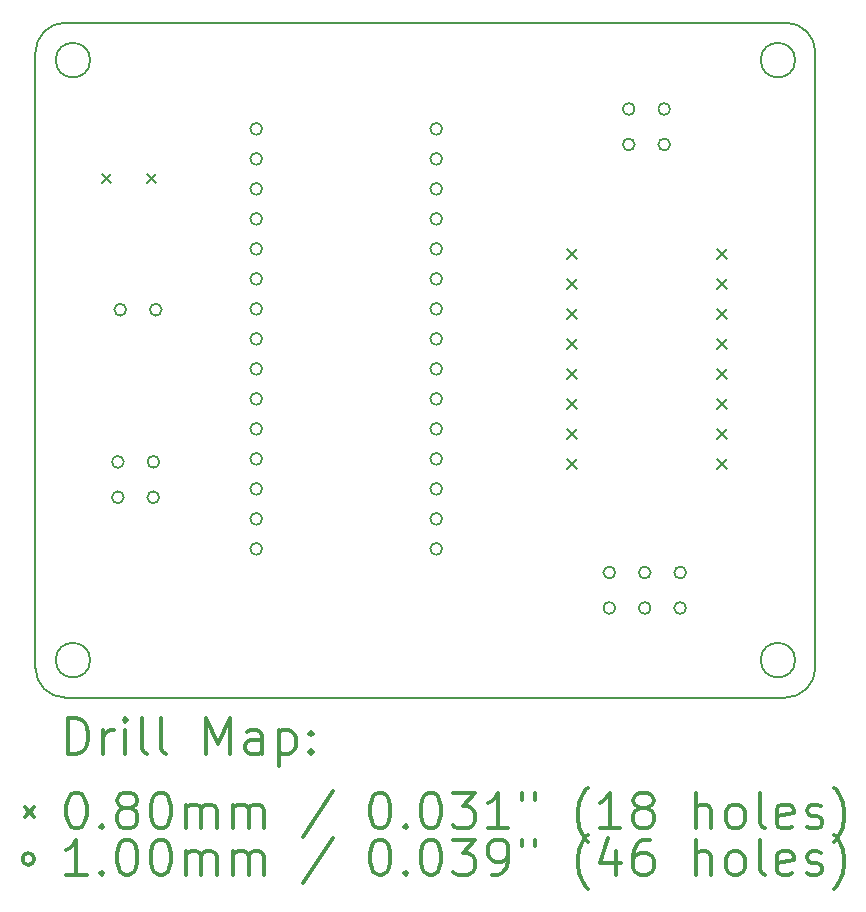
<source format=gbr>
%FSLAX45Y45*%
G04 Gerber Fmt 4.5, Leading zero omitted, Abs format (unit mm)*
G04 Created by KiCad (PCBNEW (5.1.5)-3) date 2021-04-09 20:04:07*
%MOMM*%
%LPD*%
G04 APERTURE LIST*
%TA.AperFunction,Profile*%
%ADD10C,0.200000*%
%TD*%
%ADD11C,0.200000*%
%ADD12C,0.300000*%
G04 APERTURE END LIST*
D10*
X4961890Y-2509520D02*
G75*
G03X4961890Y-2509520I-146050J0D01*
G01*
X4752340Y-7907020D02*
X10848340Y-7907020D01*
X11102340Y-7653020D02*
G75*
G02X10848340Y-7907020I-254000J0D01*
G01*
X10930890Y-2509520D02*
G75*
G03X10930890Y-2509520I-146050J0D01*
G01*
X11102340Y-7653020D02*
X11102340Y-2446020D01*
X10848340Y-2192020D02*
G75*
G02X11102340Y-2446020I0J-254000D01*
G01*
X4961890Y-7589520D02*
G75*
G03X4961890Y-7589520I-146050J0D01*
G01*
X10930890Y-7589520D02*
G75*
G03X10930890Y-7589520I-146050J0D01*
G01*
X4752340Y-7907020D02*
G75*
G02X4498340Y-7653020I0J254000D01*
G01*
X4498340Y-2446020D02*
X4498340Y-7653020D01*
X10848340Y-2192020D02*
X4752340Y-2192020D01*
X4498340Y-2446020D02*
G75*
G02X4752340Y-2192020I254000J0D01*
G01*
D11*
X9002400Y-4110360D02*
X9082400Y-4190360D01*
X9082400Y-4110360D02*
X9002400Y-4190360D01*
X9002400Y-4364360D02*
X9082400Y-4444360D01*
X9082400Y-4364360D02*
X9002400Y-4444360D01*
X9002400Y-4618360D02*
X9082400Y-4698360D01*
X9082400Y-4618360D02*
X9002400Y-4698360D01*
X9002400Y-4872360D02*
X9082400Y-4952360D01*
X9082400Y-4872360D02*
X9002400Y-4952360D01*
X9002400Y-5126360D02*
X9082400Y-5206360D01*
X9082400Y-5126360D02*
X9002400Y-5206360D01*
X9002400Y-5380360D02*
X9082400Y-5460360D01*
X9082400Y-5380360D02*
X9002400Y-5460360D01*
X9002400Y-5634360D02*
X9082400Y-5714360D01*
X9082400Y-5634360D02*
X9002400Y-5714360D01*
X9002400Y-5888360D02*
X9082400Y-5968360D01*
X9082400Y-5888360D02*
X9002400Y-5968360D01*
X10272400Y-4110360D02*
X10352400Y-4190360D01*
X10352400Y-4110360D02*
X10272400Y-4190360D01*
X10272400Y-4364360D02*
X10352400Y-4444360D01*
X10352400Y-4364360D02*
X10272400Y-4444360D01*
X10272400Y-4618360D02*
X10352400Y-4698360D01*
X10352400Y-4618360D02*
X10272400Y-4698360D01*
X10272400Y-4872360D02*
X10352400Y-4952360D01*
X10352400Y-4872360D02*
X10272400Y-4952360D01*
X10272400Y-5126360D02*
X10352400Y-5206360D01*
X10352400Y-5126360D02*
X10272400Y-5206360D01*
X10272400Y-5380360D02*
X10352400Y-5460360D01*
X10352400Y-5380360D02*
X10272400Y-5460360D01*
X10272400Y-5634360D02*
X10352400Y-5714360D01*
X10352400Y-5634360D02*
X10272400Y-5714360D01*
X10272400Y-5888360D02*
X10352400Y-5968360D01*
X10352400Y-5888360D02*
X10272400Y-5968360D01*
X5060320Y-3470280D02*
X5140320Y-3550280D01*
X5140320Y-3470280D02*
X5060320Y-3550280D01*
X5440320Y-3470280D02*
X5520320Y-3550280D01*
X5520320Y-3470280D02*
X5440320Y-3550280D01*
X9407360Y-6847840D02*
G75*
G03X9407360Y-6847840I-50000J0D01*
G01*
X9407360Y-7147840D02*
G75*
G03X9407360Y-7147840I-50000J0D01*
G01*
X9707360Y-6847840D02*
G75*
G03X9707360Y-6847840I-50000J0D01*
G01*
X9707360Y-7147840D02*
G75*
G03X9707360Y-7147840I-50000J0D01*
G01*
X10007360Y-6847840D02*
G75*
G03X10007360Y-6847840I-50000J0D01*
G01*
X10007360Y-7147840D02*
G75*
G03X10007360Y-7147840I-50000J0D01*
G01*
X5266880Y-4622800D02*
G75*
G03X5266880Y-4622800I-50000J0D01*
G01*
X5566880Y-4622800D02*
G75*
G03X5566880Y-4622800I-50000J0D01*
G01*
X6417780Y-3091180D02*
G75*
G03X6417780Y-3091180I-50000J0D01*
G01*
X6417780Y-3345180D02*
G75*
G03X6417780Y-3345180I-50000J0D01*
G01*
X6417780Y-3599180D02*
G75*
G03X6417780Y-3599180I-50000J0D01*
G01*
X6417780Y-3853180D02*
G75*
G03X6417780Y-3853180I-50000J0D01*
G01*
X6417780Y-4107180D02*
G75*
G03X6417780Y-4107180I-50000J0D01*
G01*
X6417780Y-4361180D02*
G75*
G03X6417780Y-4361180I-50000J0D01*
G01*
X6417780Y-4615180D02*
G75*
G03X6417780Y-4615180I-50000J0D01*
G01*
X6417780Y-4869180D02*
G75*
G03X6417780Y-4869180I-50000J0D01*
G01*
X6417780Y-5123180D02*
G75*
G03X6417780Y-5123180I-50000J0D01*
G01*
X6417780Y-5377180D02*
G75*
G03X6417780Y-5377180I-50000J0D01*
G01*
X6417780Y-5631180D02*
G75*
G03X6417780Y-5631180I-50000J0D01*
G01*
X6417780Y-5885180D02*
G75*
G03X6417780Y-5885180I-50000J0D01*
G01*
X6417780Y-6139180D02*
G75*
G03X6417780Y-6139180I-50000J0D01*
G01*
X6417780Y-6393180D02*
G75*
G03X6417780Y-6393180I-50000J0D01*
G01*
X6417780Y-6647180D02*
G75*
G03X6417780Y-6647180I-50000J0D01*
G01*
X7941780Y-3091180D02*
G75*
G03X7941780Y-3091180I-50000J0D01*
G01*
X7941780Y-3345180D02*
G75*
G03X7941780Y-3345180I-50000J0D01*
G01*
X7941780Y-3599180D02*
G75*
G03X7941780Y-3599180I-50000J0D01*
G01*
X7941780Y-3853180D02*
G75*
G03X7941780Y-3853180I-50000J0D01*
G01*
X7941780Y-4107180D02*
G75*
G03X7941780Y-4107180I-50000J0D01*
G01*
X7941780Y-4361180D02*
G75*
G03X7941780Y-4361180I-50000J0D01*
G01*
X7941780Y-4615180D02*
G75*
G03X7941780Y-4615180I-50000J0D01*
G01*
X7941780Y-4869180D02*
G75*
G03X7941780Y-4869180I-50000J0D01*
G01*
X7941780Y-5123180D02*
G75*
G03X7941780Y-5123180I-50000J0D01*
G01*
X7941780Y-5377180D02*
G75*
G03X7941780Y-5377180I-50000J0D01*
G01*
X7941780Y-5631180D02*
G75*
G03X7941780Y-5631180I-50000J0D01*
G01*
X7941780Y-5885180D02*
G75*
G03X7941780Y-5885180I-50000J0D01*
G01*
X7941780Y-6139180D02*
G75*
G03X7941780Y-6139180I-50000J0D01*
G01*
X7941780Y-6393180D02*
G75*
G03X7941780Y-6393180I-50000J0D01*
G01*
X7941780Y-6647180D02*
G75*
G03X7941780Y-6647180I-50000J0D01*
G01*
X5246560Y-5910580D02*
G75*
G03X5246560Y-5910580I-50000J0D01*
G01*
X5246560Y-6210580D02*
G75*
G03X5246560Y-6210580I-50000J0D01*
G01*
X5546560Y-5910580D02*
G75*
G03X5546560Y-5910580I-50000J0D01*
G01*
X5546560Y-6210580D02*
G75*
G03X5546560Y-6210580I-50000J0D01*
G01*
X9572180Y-2923260D02*
G75*
G03X9572180Y-2923260I-50000J0D01*
G01*
X9572180Y-3223260D02*
G75*
G03X9572180Y-3223260I-50000J0D01*
G01*
X9872180Y-2923260D02*
G75*
G03X9872180Y-2923260I-50000J0D01*
G01*
X9872180Y-3223260D02*
G75*
G03X9872180Y-3223260I-50000J0D01*
G01*
D12*
X4774768Y-8382734D02*
X4774768Y-8082734D01*
X4846197Y-8082734D01*
X4889054Y-8097020D01*
X4917626Y-8125591D01*
X4931911Y-8154163D01*
X4946197Y-8211306D01*
X4946197Y-8254163D01*
X4931911Y-8311306D01*
X4917626Y-8339877D01*
X4889054Y-8368448D01*
X4846197Y-8382734D01*
X4774768Y-8382734D01*
X5074768Y-8382734D02*
X5074768Y-8182734D01*
X5074768Y-8239877D02*
X5089054Y-8211306D01*
X5103340Y-8197020D01*
X5131911Y-8182734D01*
X5160483Y-8182734D01*
X5260483Y-8382734D02*
X5260483Y-8182734D01*
X5260483Y-8082734D02*
X5246197Y-8097020D01*
X5260483Y-8111306D01*
X5274768Y-8097020D01*
X5260483Y-8082734D01*
X5260483Y-8111306D01*
X5446197Y-8382734D02*
X5417626Y-8368448D01*
X5403340Y-8339877D01*
X5403340Y-8082734D01*
X5603340Y-8382734D02*
X5574768Y-8368448D01*
X5560483Y-8339877D01*
X5560483Y-8082734D01*
X5946197Y-8382734D02*
X5946197Y-8082734D01*
X6046197Y-8297020D01*
X6146197Y-8082734D01*
X6146197Y-8382734D01*
X6417626Y-8382734D02*
X6417626Y-8225591D01*
X6403340Y-8197020D01*
X6374768Y-8182734D01*
X6317626Y-8182734D01*
X6289054Y-8197020D01*
X6417626Y-8368448D02*
X6389054Y-8382734D01*
X6317626Y-8382734D01*
X6289054Y-8368448D01*
X6274768Y-8339877D01*
X6274768Y-8311306D01*
X6289054Y-8282734D01*
X6317626Y-8268448D01*
X6389054Y-8268448D01*
X6417626Y-8254163D01*
X6560483Y-8182734D02*
X6560483Y-8482734D01*
X6560483Y-8197020D02*
X6589054Y-8182734D01*
X6646197Y-8182734D01*
X6674768Y-8197020D01*
X6689054Y-8211306D01*
X6703340Y-8239877D01*
X6703340Y-8325591D01*
X6689054Y-8354163D01*
X6674768Y-8368448D01*
X6646197Y-8382734D01*
X6589054Y-8382734D01*
X6560483Y-8368448D01*
X6831911Y-8354163D02*
X6846197Y-8368448D01*
X6831911Y-8382734D01*
X6817626Y-8368448D01*
X6831911Y-8354163D01*
X6831911Y-8382734D01*
X6831911Y-8197020D02*
X6846197Y-8211306D01*
X6831911Y-8225591D01*
X6817626Y-8211306D01*
X6831911Y-8197020D01*
X6831911Y-8225591D01*
X4408340Y-8837020D02*
X4488340Y-8917020D01*
X4488340Y-8837020D02*
X4408340Y-8917020D01*
X4831911Y-8712734D02*
X4860483Y-8712734D01*
X4889054Y-8727020D01*
X4903340Y-8741306D01*
X4917626Y-8769877D01*
X4931911Y-8827020D01*
X4931911Y-8898449D01*
X4917626Y-8955591D01*
X4903340Y-8984163D01*
X4889054Y-8998449D01*
X4860483Y-9012734D01*
X4831911Y-9012734D01*
X4803340Y-8998449D01*
X4789054Y-8984163D01*
X4774768Y-8955591D01*
X4760483Y-8898449D01*
X4760483Y-8827020D01*
X4774768Y-8769877D01*
X4789054Y-8741306D01*
X4803340Y-8727020D01*
X4831911Y-8712734D01*
X5060483Y-8984163D02*
X5074768Y-8998449D01*
X5060483Y-9012734D01*
X5046197Y-8998449D01*
X5060483Y-8984163D01*
X5060483Y-9012734D01*
X5246197Y-8841306D02*
X5217626Y-8827020D01*
X5203340Y-8812734D01*
X5189054Y-8784163D01*
X5189054Y-8769877D01*
X5203340Y-8741306D01*
X5217626Y-8727020D01*
X5246197Y-8712734D01*
X5303340Y-8712734D01*
X5331911Y-8727020D01*
X5346197Y-8741306D01*
X5360483Y-8769877D01*
X5360483Y-8784163D01*
X5346197Y-8812734D01*
X5331911Y-8827020D01*
X5303340Y-8841306D01*
X5246197Y-8841306D01*
X5217626Y-8855591D01*
X5203340Y-8869877D01*
X5189054Y-8898449D01*
X5189054Y-8955591D01*
X5203340Y-8984163D01*
X5217626Y-8998449D01*
X5246197Y-9012734D01*
X5303340Y-9012734D01*
X5331911Y-8998449D01*
X5346197Y-8984163D01*
X5360483Y-8955591D01*
X5360483Y-8898449D01*
X5346197Y-8869877D01*
X5331911Y-8855591D01*
X5303340Y-8841306D01*
X5546197Y-8712734D02*
X5574768Y-8712734D01*
X5603340Y-8727020D01*
X5617626Y-8741306D01*
X5631911Y-8769877D01*
X5646197Y-8827020D01*
X5646197Y-8898449D01*
X5631911Y-8955591D01*
X5617626Y-8984163D01*
X5603340Y-8998449D01*
X5574768Y-9012734D01*
X5546197Y-9012734D01*
X5517626Y-8998449D01*
X5503340Y-8984163D01*
X5489054Y-8955591D01*
X5474768Y-8898449D01*
X5474768Y-8827020D01*
X5489054Y-8769877D01*
X5503340Y-8741306D01*
X5517626Y-8727020D01*
X5546197Y-8712734D01*
X5774768Y-9012734D02*
X5774768Y-8812734D01*
X5774768Y-8841306D02*
X5789054Y-8827020D01*
X5817626Y-8812734D01*
X5860483Y-8812734D01*
X5889054Y-8827020D01*
X5903340Y-8855591D01*
X5903340Y-9012734D01*
X5903340Y-8855591D02*
X5917626Y-8827020D01*
X5946197Y-8812734D01*
X5989054Y-8812734D01*
X6017626Y-8827020D01*
X6031911Y-8855591D01*
X6031911Y-9012734D01*
X6174768Y-9012734D02*
X6174768Y-8812734D01*
X6174768Y-8841306D02*
X6189054Y-8827020D01*
X6217626Y-8812734D01*
X6260483Y-8812734D01*
X6289054Y-8827020D01*
X6303340Y-8855591D01*
X6303340Y-9012734D01*
X6303340Y-8855591D02*
X6317626Y-8827020D01*
X6346197Y-8812734D01*
X6389054Y-8812734D01*
X6417626Y-8827020D01*
X6431911Y-8855591D01*
X6431911Y-9012734D01*
X7017626Y-8698449D02*
X6760483Y-9084163D01*
X7403340Y-8712734D02*
X7431911Y-8712734D01*
X7460483Y-8727020D01*
X7474768Y-8741306D01*
X7489054Y-8769877D01*
X7503340Y-8827020D01*
X7503340Y-8898449D01*
X7489054Y-8955591D01*
X7474768Y-8984163D01*
X7460483Y-8998449D01*
X7431911Y-9012734D01*
X7403340Y-9012734D01*
X7374768Y-8998449D01*
X7360483Y-8984163D01*
X7346197Y-8955591D01*
X7331911Y-8898449D01*
X7331911Y-8827020D01*
X7346197Y-8769877D01*
X7360483Y-8741306D01*
X7374768Y-8727020D01*
X7403340Y-8712734D01*
X7631911Y-8984163D02*
X7646197Y-8998449D01*
X7631911Y-9012734D01*
X7617626Y-8998449D01*
X7631911Y-8984163D01*
X7631911Y-9012734D01*
X7831911Y-8712734D02*
X7860483Y-8712734D01*
X7889054Y-8727020D01*
X7903340Y-8741306D01*
X7917626Y-8769877D01*
X7931911Y-8827020D01*
X7931911Y-8898449D01*
X7917626Y-8955591D01*
X7903340Y-8984163D01*
X7889054Y-8998449D01*
X7860483Y-9012734D01*
X7831911Y-9012734D01*
X7803340Y-8998449D01*
X7789054Y-8984163D01*
X7774768Y-8955591D01*
X7760483Y-8898449D01*
X7760483Y-8827020D01*
X7774768Y-8769877D01*
X7789054Y-8741306D01*
X7803340Y-8727020D01*
X7831911Y-8712734D01*
X8031911Y-8712734D02*
X8217626Y-8712734D01*
X8117626Y-8827020D01*
X8160483Y-8827020D01*
X8189054Y-8841306D01*
X8203340Y-8855591D01*
X8217626Y-8884163D01*
X8217626Y-8955591D01*
X8203340Y-8984163D01*
X8189054Y-8998449D01*
X8160483Y-9012734D01*
X8074768Y-9012734D01*
X8046197Y-8998449D01*
X8031911Y-8984163D01*
X8503340Y-9012734D02*
X8331911Y-9012734D01*
X8417626Y-9012734D02*
X8417626Y-8712734D01*
X8389054Y-8755591D01*
X8360483Y-8784163D01*
X8331911Y-8798449D01*
X8617626Y-8712734D02*
X8617626Y-8769877D01*
X8731911Y-8712734D02*
X8731911Y-8769877D01*
X9174768Y-9127020D02*
X9160483Y-9112734D01*
X9131911Y-9069877D01*
X9117626Y-9041306D01*
X9103340Y-8998449D01*
X9089054Y-8927020D01*
X9089054Y-8869877D01*
X9103340Y-8798449D01*
X9117626Y-8755591D01*
X9131911Y-8727020D01*
X9160483Y-8684163D01*
X9174768Y-8669877D01*
X9446197Y-9012734D02*
X9274768Y-9012734D01*
X9360483Y-9012734D02*
X9360483Y-8712734D01*
X9331911Y-8755591D01*
X9303340Y-8784163D01*
X9274768Y-8798449D01*
X9617626Y-8841306D02*
X9589054Y-8827020D01*
X9574768Y-8812734D01*
X9560483Y-8784163D01*
X9560483Y-8769877D01*
X9574768Y-8741306D01*
X9589054Y-8727020D01*
X9617626Y-8712734D01*
X9674768Y-8712734D01*
X9703340Y-8727020D01*
X9717626Y-8741306D01*
X9731911Y-8769877D01*
X9731911Y-8784163D01*
X9717626Y-8812734D01*
X9703340Y-8827020D01*
X9674768Y-8841306D01*
X9617626Y-8841306D01*
X9589054Y-8855591D01*
X9574768Y-8869877D01*
X9560483Y-8898449D01*
X9560483Y-8955591D01*
X9574768Y-8984163D01*
X9589054Y-8998449D01*
X9617626Y-9012734D01*
X9674768Y-9012734D01*
X9703340Y-8998449D01*
X9717626Y-8984163D01*
X9731911Y-8955591D01*
X9731911Y-8898449D01*
X9717626Y-8869877D01*
X9703340Y-8855591D01*
X9674768Y-8841306D01*
X10089054Y-9012734D02*
X10089054Y-8712734D01*
X10217626Y-9012734D02*
X10217626Y-8855591D01*
X10203340Y-8827020D01*
X10174768Y-8812734D01*
X10131911Y-8812734D01*
X10103340Y-8827020D01*
X10089054Y-8841306D01*
X10403340Y-9012734D02*
X10374768Y-8998449D01*
X10360483Y-8984163D01*
X10346197Y-8955591D01*
X10346197Y-8869877D01*
X10360483Y-8841306D01*
X10374768Y-8827020D01*
X10403340Y-8812734D01*
X10446197Y-8812734D01*
X10474768Y-8827020D01*
X10489054Y-8841306D01*
X10503340Y-8869877D01*
X10503340Y-8955591D01*
X10489054Y-8984163D01*
X10474768Y-8998449D01*
X10446197Y-9012734D01*
X10403340Y-9012734D01*
X10674768Y-9012734D02*
X10646197Y-8998449D01*
X10631911Y-8969877D01*
X10631911Y-8712734D01*
X10903340Y-8998449D02*
X10874768Y-9012734D01*
X10817626Y-9012734D01*
X10789054Y-8998449D01*
X10774768Y-8969877D01*
X10774768Y-8855591D01*
X10789054Y-8827020D01*
X10817626Y-8812734D01*
X10874768Y-8812734D01*
X10903340Y-8827020D01*
X10917626Y-8855591D01*
X10917626Y-8884163D01*
X10774768Y-8912734D01*
X11031911Y-8998449D02*
X11060483Y-9012734D01*
X11117626Y-9012734D01*
X11146197Y-8998449D01*
X11160483Y-8969877D01*
X11160483Y-8955591D01*
X11146197Y-8927020D01*
X11117626Y-8912734D01*
X11074768Y-8912734D01*
X11046197Y-8898449D01*
X11031911Y-8869877D01*
X11031911Y-8855591D01*
X11046197Y-8827020D01*
X11074768Y-8812734D01*
X11117626Y-8812734D01*
X11146197Y-8827020D01*
X11260483Y-9127020D02*
X11274768Y-9112734D01*
X11303340Y-9069877D01*
X11317626Y-9041306D01*
X11331911Y-8998449D01*
X11346197Y-8927020D01*
X11346197Y-8869877D01*
X11331911Y-8798449D01*
X11317626Y-8755591D01*
X11303340Y-8727020D01*
X11274768Y-8684163D01*
X11260483Y-8669877D01*
X4488340Y-9273020D02*
G75*
G03X4488340Y-9273020I-50000J0D01*
G01*
X4931911Y-9408734D02*
X4760483Y-9408734D01*
X4846197Y-9408734D02*
X4846197Y-9108734D01*
X4817626Y-9151591D01*
X4789054Y-9180163D01*
X4760483Y-9194449D01*
X5060483Y-9380163D02*
X5074768Y-9394449D01*
X5060483Y-9408734D01*
X5046197Y-9394449D01*
X5060483Y-9380163D01*
X5060483Y-9408734D01*
X5260483Y-9108734D02*
X5289054Y-9108734D01*
X5317626Y-9123020D01*
X5331911Y-9137306D01*
X5346197Y-9165877D01*
X5360483Y-9223020D01*
X5360483Y-9294449D01*
X5346197Y-9351591D01*
X5331911Y-9380163D01*
X5317626Y-9394449D01*
X5289054Y-9408734D01*
X5260483Y-9408734D01*
X5231911Y-9394449D01*
X5217626Y-9380163D01*
X5203340Y-9351591D01*
X5189054Y-9294449D01*
X5189054Y-9223020D01*
X5203340Y-9165877D01*
X5217626Y-9137306D01*
X5231911Y-9123020D01*
X5260483Y-9108734D01*
X5546197Y-9108734D02*
X5574768Y-9108734D01*
X5603340Y-9123020D01*
X5617626Y-9137306D01*
X5631911Y-9165877D01*
X5646197Y-9223020D01*
X5646197Y-9294449D01*
X5631911Y-9351591D01*
X5617626Y-9380163D01*
X5603340Y-9394449D01*
X5574768Y-9408734D01*
X5546197Y-9408734D01*
X5517626Y-9394449D01*
X5503340Y-9380163D01*
X5489054Y-9351591D01*
X5474768Y-9294449D01*
X5474768Y-9223020D01*
X5489054Y-9165877D01*
X5503340Y-9137306D01*
X5517626Y-9123020D01*
X5546197Y-9108734D01*
X5774768Y-9408734D02*
X5774768Y-9208734D01*
X5774768Y-9237306D02*
X5789054Y-9223020D01*
X5817626Y-9208734D01*
X5860483Y-9208734D01*
X5889054Y-9223020D01*
X5903340Y-9251591D01*
X5903340Y-9408734D01*
X5903340Y-9251591D02*
X5917626Y-9223020D01*
X5946197Y-9208734D01*
X5989054Y-9208734D01*
X6017626Y-9223020D01*
X6031911Y-9251591D01*
X6031911Y-9408734D01*
X6174768Y-9408734D02*
X6174768Y-9208734D01*
X6174768Y-9237306D02*
X6189054Y-9223020D01*
X6217626Y-9208734D01*
X6260483Y-9208734D01*
X6289054Y-9223020D01*
X6303340Y-9251591D01*
X6303340Y-9408734D01*
X6303340Y-9251591D02*
X6317626Y-9223020D01*
X6346197Y-9208734D01*
X6389054Y-9208734D01*
X6417626Y-9223020D01*
X6431911Y-9251591D01*
X6431911Y-9408734D01*
X7017626Y-9094449D02*
X6760483Y-9480163D01*
X7403340Y-9108734D02*
X7431911Y-9108734D01*
X7460483Y-9123020D01*
X7474768Y-9137306D01*
X7489054Y-9165877D01*
X7503340Y-9223020D01*
X7503340Y-9294449D01*
X7489054Y-9351591D01*
X7474768Y-9380163D01*
X7460483Y-9394449D01*
X7431911Y-9408734D01*
X7403340Y-9408734D01*
X7374768Y-9394449D01*
X7360483Y-9380163D01*
X7346197Y-9351591D01*
X7331911Y-9294449D01*
X7331911Y-9223020D01*
X7346197Y-9165877D01*
X7360483Y-9137306D01*
X7374768Y-9123020D01*
X7403340Y-9108734D01*
X7631911Y-9380163D02*
X7646197Y-9394449D01*
X7631911Y-9408734D01*
X7617626Y-9394449D01*
X7631911Y-9380163D01*
X7631911Y-9408734D01*
X7831911Y-9108734D02*
X7860483Y-9108734D01*
X7889054Y-9123020D01*
X7903340Y-9137306D01*
X7917626Y-9165877D01*
X7931911Y-9223020D01*
X7931911Y-9294449D01*
X7917626Y-9351591D01*
X7903340Y-9380163D01*
X7889054Y-9394449D01*
X7860483Y-9408734D01*
X7831911Y-9408734D01*
X7803340Y-9394449D01*
X7789054Y-9380163D01*
X7774768Y-9351591D01*
X7760483Y-9294449D01*
X7760483Y-9223020D01*
X7774768Y-9165877D01*
X7789054Y-9137306D01*
X7803340Y-9123020D01*
X7831911Y-9108734D01*
X8031911Y-9108734D02*
X8217626Y-9108734D01*
X8117626Y-9223020D01*
X8160483Y-9223020D01*
X8189054Y-9237306D01*
X8203340Y-9251591D01*
X8217626Y-9280163D01*
X8217626Y-9351591D01*
X8203340Y-9380163D01*
X8189054Y-9394449D01*
X8160483Y-9408734D01*
X8074768Y-9408734D01*
X8046197Y-9394449D01*
X8031911Y-9380163D01*
X8360483Y-9408734D02*
X8417626Y-9408734D01*
X8446197Y-9394449D01*
X8460483Y-9380163D01*
X8489054Y-9337306D01*
X8503340Y-9280163D01*
X8503340Y-9165877D01*
X8489054Y-9137306D01*
X8474768Y-9123020D01*
X8446197Y-9108734D01*
X8389054Y-9108734D01*
X8360483Y-9123020D01*
X8346197Y-9137306D01*
X8331911Y-9165877D01*
X8331911Y-9237306D01*
X8346197Y-9265877D01*
X8360483Y-9280163D01*
X8389054Y-9294449D01*
X8446197Y-9294449D01*
X8474768Y-9280163D01*
X8489054Y-9265877D01*
X8503340Y-9237306D01*
X8617626Y-9108734D02*
X8617626Y-9165877D01*
X8731911Y-9108734D02*
X8731911Y-9165877D01*
X9174768Y-9523020D02*
X9160483Y-9508734D01*
X9131911Y-9465877D01*
X9117626Y-9437306D01*
X9103340Y-9394449D01*
X9089054Y-9323020D01*
X9089054Y-9265877D01*
X9103340Y-9194449D01*
X9117626Y-9151591D01*
X9131911Y-9123020D01*
X9160483Y-9080163D01*
X9174768Y-9065877D01*
X9417626Y-9208734D02*
X9417626Y-9408734D01*
X9346197Y-9094449D02*
X9274768Y-9308734D01*
X9460483Y-9308734D01*
X9703340Y-9108734D02*
X9646197Y-9108734D01*
X9617626Y-9123020D01*
X9603340Y-9137306D01*
X9574768Y-9180163D01*
X9560483Y-9237306D01*
X9560483Y-9351591D01*
X9574768Y-9380163D01*
X9589054Y-9394449D01*
X9617626Y-9408734D01*
X9674768Y-9408734D01*
X9703340Y-9394449D01*
X9717626Y-9380163D01*
X9731911Y-9351591D01*
X9731911Y-9280163D01*
X9717626Y-9251591D01*
X9703340Y-9237306D01*
X9674768Y-9223020D01*
X9617626Y-9223020D01*
X9589054Y-9237306D01*
X9574768Y-9251591D01*
X9560483Y-9280163D01*
X10089054Y-9408734D02*
X10089054Y-9108734D01*
X10217626Y-9408734D02*
X10217626Y-9251591D01*
X10203340Y-9223020D01*
X10174768Y-9208734D01*
X10131911Y-9208734D01*
X10103340Y-9223020D01*
X10089054Y-9237306D01*
X10403340Y-9408734D02*
X10374768Y-9394449D01*
X10360483Y-9380163D01*
X10346197Y-9351591D01*
X10346197Y-9265877D01*
X10360483Y-9237306D01*
X10374768Y-9223020D01*
X10403340Y-9208734D01*
X10446197Y-9208734D01*
X10474768Y-9223020D01*
X10489054Y-9237306D01*
X10503340Y-9265877D01*
X10503340Y-9351591D01*
X10489054Y-9380163D01*
X10474768Y-9394449D01*
X10446197Y-9408734D01*
X10403340Y-9408734D01*
X10674768Y-9408734D02*
X10646197Y-9394449D01*
X10631911Y-9365877D01*
X10631911Y-9108734D01*
X10903340Y-9394449D02*
X10874768Y-9408734D01*
X10817626Y-9408734D01*
X10789054Y-9394449D01*
X10774768Y-9365877D01*
X10774768Y-9251591D01*
X10789054Y-9223020D01*
X10817626Y-9208734D01*
X10874768Y-9208734D01*
X10903340Y-9223020D01*
X10917626Y-9251591D01*
X10917626Y-9280163D01*
X10774768Y-9308734D01*
X11031911Y-9394449D02*
X11060483Y-9408734D01*
X11117626Y-9408734D01*
X11146197Y-9394449D01*
X11160483Y-9365877D01*
X11160483Y-9351591D01*
X11146197Y-9323020D01*
X11117626Y-9308734D01*
X11074768Y-9308734D01*
X11046197Y-9294449D01*
X11031911Y-9265877D01*
X11031911Y-9251591D01*
X11046197Y-9223020D01*
X11074768Y-9208734D01*
X11117626Y-9208734D01*
X11146197Y-9223020D01*
X11260483Y-9523020D02*
X11274768Y-9508734D01*
X11303340Y-9465877D01*
X11317626Y-9437306D01*
X11331911Y-9394449D01*
X11346197Y-9323020D01*
X11346197Y-9265877D01*
X11331911Y-9194449D01*
X11317626Y-9151591D01*
X11303340Y-9123020D01*
X11274768Y-9080163D01*
X11260483Y-9065877D01*
M02*

</source>
